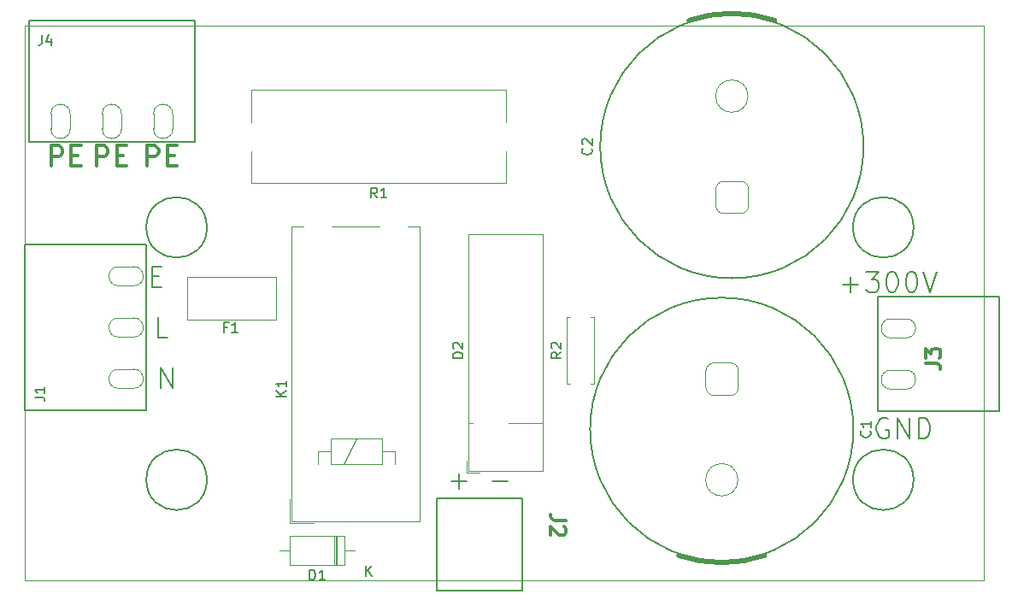
<source format=gbr>
G04 #@! TF.GenerationSoftware,KiCad,Pcbnew,(5.1.6)-1*
G04 #@! TF.CreationDate,2020-05-22T14:13:29+02:00*
G04 #@! TF.ProjectId,rect4,72656374-342e-46b6-9963-61645f706362,rev?*
G04 #@! TF.SameCoordinates,PX17d7840PYaba9500*
G04 #@! TF.FileFunction,Legend,Top*
G04 #@! TF.FilePolarity,Positive*
%FSLAX46Y46*%
G04 Gerber Fmt 4.6, Leading zero omitted, Abs format (unit mm)*
G04 Created by KiCad (PCBNEW (5.1.6)-1) date 2020-05-22 14:13:29*
%MOMM*%
%LPD*%
G01*
G04 APERTURE LIST*
%ADD10C,0.300000*%
G04 #@! TA.AperFunction,Profile*
%ADD11C,0.050000*%
G04 #@! TD*
%ADD12C,0.200000*%
%ADD13C,0.150000*%
%ADD14C,0.120000*%
%ADD15C,0.500000*%
%ADD16C,0.100000*%
%ADD17C,0.100000*%
G04 #@! TD*
G04 APERTURE END LIST*
D10*
X12071428Y41095239D02*
X12071428Y43095239D01*
X12833333Y43095239D01*
X13023809Y43000000D01*
X13119047Y42904762D01*
X13214285Y42714286D01*
X13214285Y42428572D01*
X13119047Y42238096D01*
X13023809Y42142858D01*
X12833333Y42047620D01*
X12071428Y42047620D01*
X14071428Y42142858D02*
X14738095Y42142858D01*
X15023809Y41095239D02*
X14071428Y41095239D01*
X14071428Y43095239D01*
X15023809Y43095239D01*
X7071428Y41095239D02*
X7071428Y43095239D01*
X7833333Y43095239D01*
X8023809Y43000000D01*
X8119047Y42904762D01*
X8214285Y42714286D01*
X8214285Y42428572D01*
X8119047Y42238096D01*
X8023809Y42142858D01*
X7833333Y42047620D01*
X7071428Y42047620D01*
X9071428Y42142858D02*
X9738095Y42142858D01*
X10023809Y41095239D02*
X9071428Y41095239D01*
X9071428Y43095239D01*
X10023809Y43095239D01*
X2571428Y41095239D02*
X2571428Y43095239D01*
X3333333Y43095239D01*
X3523809Y43000000D01*
X3619047Y42904762D01*
X3714285Y42714286D01*
X3714285Y42428572D01*
X3619047Y42238096D01*
X3523809Y42142858D01*
X3333333Y42047620D01*
X2571428Y42047620D01*
X4571428Y42142858D02*
X5238095Y42142858D01*
X5523809Y41095239D02*
X4571428Y41095239D01*
X4571428Y43095239D01*
X5523809Y43095239D01*
D11*
X0Y55000000D02*
X95000000Y55000000D01*
X0Y0D02*
X0Y55000000D01*
X5000000Y0D02*
X0Y0D01*
D12*
X81023809Y29357143D02*
X82547619Y29357143D01*
X81785714Y28595239D02*
X81785714Y30119048D01*
X83309523Y30595239D02*
X84547619Y30595239D01*
X83880952Y29833334D01*
X84166666Y29833334D01*
X84357142Y29738096D01*
X84452380Y29642858D01*
X84547619Y29452381D01*
X84547619Y28976191D01*
X84452380Y28785715D01*
X84357142Y28690477D01*
X84166666Y28595239D01*
X83595238Y28595239D01*
X83404761Y28690477D01*
X83309523Y28785715D01*
X85785714Y30595239D02*
X85976190Y30595239D01*
X86166666Y30500000D01*
X86261904Y30404762D01*
X86357142Y30214286D01*
X86452380Y29833334D01*
X86452380Y29357143D01*
X86357142Y28976191D01*
X86261904Y28785715D01*
X86166666Y28690477D01*
X85976190Y28595239D01*
X85785714Y28595239D01*
X85595238Y28690477D01*
X85500000Y28785715D01*
X85404761Y28976191D01*
X85309523Y29357143D01*
X85309523Y29833334D01*
X85404761Y30214286D01*
X85500000Y30404762D01*
X85595238Y30500000D01*
X85785714Y30595239D01*
X87690476Y30595239D02*
X87880952Y30595239D01*
X88071428Y30500000D01*
X88166666Y30404762D01*
X88261904Y30214286D01*
X88357142Y29833334D01*
X88357142Y29357143D01*
X88261904Y28976191D01*
X88166666Y28785715D01*
X88071428Y28690477D01*
X87880952Y28595239D01*
X87690476Y28595239D01*
X87500000Y28690477D01*
X87404761Y28785715D01*
X87309523Y28976191D01*
X87214285Y29357143D01*
X87214285Y29833334D01*
X87309523Y30214286D01*
X87404761Y30404762D01*
X87500000Y30500000D01*
X87690476Y30595239D01*
X88928571Y30595239D02*
X89595238Y28595239D01*
X90261904Y30595239D01*
X85476190Y16000000D02*
X85285714Y16095239D01*
X85000000Y16095239D01*
X84714285Y16000000D01*
X84523809Y15809524D01*
X84428571Y15619048D01*
X84333333Y15238096D01*
X84333333Y14952381D01*
X84428571Y14571429D01*
X84523809Y14380953D01*
X84714285Y14190477D01*
X85000000Y14095239D01*
X85190476Y14095239D01*
X85476190Y14190477D01*
X85571428Y14285715D01*
X85571428Y14952381D01*
X85190476Y14952381D01*
X86428571Y14095239D02*
X86428571Y16095239D01*
X87571428Y14095239D01*
X87571428Y16095239D01*
X88523809Y14095239D02*
X88523809Y16095239D01*
X89000000Y16095239D01*
X89285714Y16000000D01*
X89476190Y15809524D01*
X89571428Y15619048D01*
X89666666Y15238096D01*
X89666666Y14952381D01*
X89571428Y14571429D01*
X89476190Y14380953D01*
X89285714Y14190477D01*
X89000000Y14095239D01*
X88523809Y14095239D01*
X12571428Y30142858D02*
X13238095Y30142858D01*
X13523809Y29095239D02*
X12571428Y29095239D01*
X12571428Y31095239D01*
X13523809Y31095239D01*
X14119047Y24095239D02*
X13166666Y24095239D01*
X13166666Y26095239D01*
X13428571Y19095239D02*
X13428571Y21095239D01*
X14571428Y19095239D01*
X14571428Y21095239D01*
D13*
X46238095Y9857143D02*
X47761904Y9857143D01*
X42238095Y9857143D02*
X43761904Y9857143D01*
X43000000Y9095239D02*
X43000000Y10619048D01*
D11*
X95000000Y0D02*
X95000000Y55000000D01*
X5000000Y0D02*
X95000000Y0D01*
D13*
G04 #@! TO.C,J4*
X360000Y43500000D02*
X16800000Y43500000D01*
X16800000Y43500000D02*
X16800000Y55500000D01*
X16800000Y55500000D02*
X360000Y55500000D01*
X360000Y55500000D02*
X360000Y43500000D01*
G04 #@! TO.C,U4*
X88000000Y35000000D02*
G75*
G03*
X88000000Y35000000I-3000000J0D01*
G01*
G04 #@! TO.C,U3*
X18000000Y35000000D02*
G75*
G03*
X18000000Y35000000I-3000000J0D01*
G01*
G04 #@! TO.C,U2*
X88000000Y10000000D02*
G75*
G03*
X88000000Y10000000I-3000000J0D01*
G01*
G04 #@! TO.C,U1*
X18000000Y10000000D02*
G75*
G03*
X18000000Y10000000I-3000000J0D01*
G01*
D14*
G04 #@! TO.C,R2*
X56370000Y26080000D02*
X56040000Y26080000D01*
X56370000Y19540000D02*
X56370000Y26080000D01*
X56040000Y19540000D02*
X56370000Y19540000D01*
X53630000Y26080000D02*
X53960000Y26080000D01*
X53630000Y19540000D02*
X53630000Y26080000D01*
X53960000Y19540000D02*
X53630000Y19540000D01*
G04 #@! TO.C,R1*
X22410000Y48620000D02*
X22410000Y45440000D01*
X47650000Y48620000D02*
X22410000Y48620000D01*
X47650000Y45440000D02*
X47650000Y48620000D01*
X22410000Y39380000D02*
X22410000Y42560000D01*
X47650000Y39380000D02*
X22410000Y39380000D01*
X47650000Y42560000D02*
X47650000Y39380000D01*
G04 #@! TO.C,K1*
X30270000Y11540000D02*
X30270000Y12810000D01*
X35350000Y11540000D02*
X30270000Y11540000D01*
X35350000Y14080000D02*
X35350000Y11540000D01*
X30270000Y14080000D02*
X35350000Y14080000D01*
X30270000Y12810000D02*
X30270000Y14080000D01*
X29000000Y12810000D02*
X30270000Y12810000D01*
X29000000Y11540000D02*
X29000000Y12810000D01*
X36620000Y12810000D02*
X36620000Y11540000D01*
X35350000Y12810000D02*
X36620000Y12810000D01*
X31540000Y11540000D02*
X32810000Y14080000D01*
X26400000Y5900000D02*
X26400000Y35100000D01*
X26400000Y35100000D02*
X27600000Y35100000D01*
X30400000Y35100000D02*
X35100000Y35100000D01*
X37900000Y35100000D02*
X39100000Y35100000D01*
X39100000Y35100000D02*
X39100000Y5900000D01*
X39100000Y5900000D02*
X26400000Y5900000D01*
X26200000Y8100000D02*
X26200000Y5700000D01*
X28600000Y5700000D02*
X26200000Y5700000D01*
D13*
G04 #@! TO.C,J3*
X84500000Y28140000D02*
X84500000Y16780000D01*
X84500000Y16780000D02*
X96500000Y16780000D01*
X96500000Y16780000D02*
X96500000Y28140000D01*
X96500000Y28140000D02*
X84500000Y28140000D01*
G04 #@! TO.C,J2*
X40800000Y-1000000D02*
X49200000Y-1000000D01*
X49200000Y8200000D02*
X49200000Y-1000000D01*
X40800000Y8200000D02*
X49200000Y8200000D01*
X40800000Y-1000000D02*
X40800000Y8200000D01*
G04 #@! TO.C,J1*
X12000000Y16860000D02*
X12000000Y33300000D01*
X12000000Y33300000D02*
X0Y33300000D01*
X0Y33300000D02*
X0Y16860000D01*
X0Y16860000D02*
X12000000Y16860000D01*
D14*
G04 #@! TO.C,F1*
X16090000Y30120000D02*
X24830000Y30120000D01*
X16090000Y30120000D02*
X16090000Y25880000D01*
X24830000Y25880000D02*
X24830000Y30120000D01*
X24830000Y25880000D02*
X16090000Y25880000D01*
G04 #@! TO.C,D2*
X51300000Y10900000D02*
X51300000Y34300000D01*
X51300000Y34300000D02*
X43900000Y34300000D01*
X43900000Y34300000D02*
X43900000Y10900000D01*
X43900000Y10900000D02*
X51300000Y10900000D01*
X47900000Y15600000D02*
X51300000Y15600000D01*
X45000000Y10700000D02*
X43700000Y10700000D01*
X43700000Y10700000D02*
X43700000Y11900000D01*
X44300000Y15600000D02*
X43900000Y15600000D01*
G04 #@! TO.C,D1*
X30860000Y1530000D02*
X30860000Y4470000D01*
X30620000Y1530000D02*
X30620000Y4470000D01*
X30740000Y1530000D02*
X30740000Y4470000D01*
X25180000Y3000000D02*
X26200000Y3000000D01*
X32660000Y3000000D02*
X31640000Y3000000D01*
X26200000Y1530000D02*
X31640000Y1530000D01*
X26200000Y4470000D02*
X26200000Y1530000D01*
X31640000Y4470000D02*
X26200000Y4470000D01*
X31640000Y1530000D02*
X31640000Y4470000D01*
D13*
G04 #@! TO.C,C2*
X83037500Y43000000D02*
G75*
G03*
X83037500Y43000000I-13037500J0D01*
G01*
D15*
X74249999Y55500000D02*
G75*
G03*
X65750000Y55500000I-4249999J-12500000D01*
G01*
D13*
G04 #@! TO.C,C1*
X82037500Y15000000D02*
G75*
G03*
X82037500Y15000000I-13037500J0D01*
G01*
D15*
X64750001Y2500000D02*
G75*
G03*
X73250000Y2500000I4249999J12500000D01*
G01*
G04 #@! TD*
D16*
X12710000Y46250000D02*
X12710000Y44750000D01*
X14610000Y46250000D02*
X14610000Y44750000D01*
X12710000Y44750000D02*
G75*
G03*
X14610000Y44750000I950000J0D01*
G01*
X14610000Y46250000D02*
G75*
G03*
X12710000Y46250000I-950000J0D01*
G01*
X7630000Y46250000D02*
X7630000Y44750000D01*
X9530000Y46250000D02*
X9530000Y44750000D01*
X7630000Y44750000D02*
G75*
G03*
X9530000Y44750000I950000J0D01*
G01*
X9530000Y46250000D02*
G75*
G03*
X7630000Y46250000I-950000J0D01*
G01*
X2550000Y46250000D02*
X2550000Y44750000D01*
X4450000Y46250000D02*
X4450000Y44750000D01*
X2550000Y44750000D02*
G75*
G03*
X4450000Y44750000I950000J0D01*
G01*
X4450000Y46250000D02*
G75*
G03*
X2550000Y46250000I-950000J0D01*
G01*
X87250000Y20870000D02*
X85750000Y20870000D01*
X87250000Y18970000D02*
X85750000Y18970000D01*
X85750000Y20870000D02*
G75*
G03*
X85750000Y18970000I0J-950000D01*
G01*
X87250000Y18970000D02*
G75*
G03*
X87250000Y20870000I0J950000D01*
G01*
X87250000Y25950000D02*
X85750000Y25950000D01*
X87250000Y24050000D02*
X85750000Y24050000D01*
X85750000Y25950000D02*
G75*
G03*
X85750000Y24050000I0J-950000D01*
G01*
X87250000Y24050000D02*
G75*
G03*
X87250000Y25950000I0J950000D01*
G01*
X9250000Y29210000D02*
X10750000Y29210000D01*
X9250000Y31110000D02*
X10750000Y31110000D01*
X10750000Y29210000D02*
G75*
G03*
X10750000Y31110000I0J950000D01*
G01*
X9250000Y31110000D02*
G75*
G03*
X9250000Y29210000I0J-950000D01*
G01*
X9250000Y24130000D02*
X10750000Y24130000D01*
X9250000Y26030000D02*
X10750000Y26030000D01*
X10750000Y24130000D02*
G75*
G03*
X10750000Y26030000I0J950000D01*
G01*
X9250000Y26030000D02*
G75*
G03*
X9250000Y24130000I0J-950000D01*
G01*
X9250000Y19050000D02*
X10750000Y19050000D01*
X9250000Y20950000D02*
X10750000Y20950000D01*
X10750000Y19050000D02*
G75*
G03*
X10750000Y20950000I0J950000D01*
G01*
X9250000Y20950000D02*
G75*
G03*
X9250000Y19050000I0J-950000D01*
G01*
D17*
D16*
G04 #@! TO.C,C2*
X70900959Y39596207D02*
X70976181Y39585050D01*
X71049961Y39566569D01*
X71121556Y39540952D01*
X71190305Y39508436D01*
X71255525Y39469344D01*
X71316617Y39424035D01*
X71372965Y39372965D01*
X71424035Y39316617D01*
X71469344Y39255525D01*
X71508436Y39190305D01*
X71540952Y39121556D01*
X71566569Y39049961D01*
X71585050Y38976181D01*
X71596207Y38900959D01*
X71600000Y38823767D01*
X71600000Y37176233D01*
X71596207Y37099041D01*
X71585050Y37023819D01*
X71566569Y36950039D01*
X71540952Y36878444D01*
X71508436Y36809695D01*
X71469344Y36744475D01*
X71424035Y36683383D01*
X71372965Y36627035D01*
X71316617Y36575965D01*
X71255525Y36530656D01*
X71190305Y36491564D01*
X71121556Y36459048D01*
X71049961Y36433431D01*
X70976181Y36414950D01*
X70900959Y36403793D01*
X70823767Y36400000D01*
X69176233Y36400000D01*
X69099041Y36403793D01*
X69023819Y36414950D01*
X68950039Y36433431D01*
X68878444Y36459048D01*
X68809695Y36491564D01*
X68744475Y36530656D01*
X68683383Y36575965D01*
X68627035Y36627035D01*
X68575965Y36683383D01*
X68530656Y36744475D01*
X68491564Y36809695D01*
X68459048Y36878444D01*
X68433431Y36950039D01*
X68414950Y37023819D01*
X68403793Y37099041D01*
X68400000Y37176233D01*
X68400000Y38823767D01*
X68403793Y38900959D01*
X68414950Y38976181D01*
X68433431Y39049961D01*
X68459048Y39121556D01*
X68491564Y39190305D01*
X68530656Y39255525D01*
X68575965Y39316617D01*
X68627035Y39372965D01*
X68683383Y39424035D01*
X68744475Y39469344D01*
X68809695Y39508436D01*
X68878444Y39540952D01*
X68950039Y39566569D01*
X69023819Y39585050D01*
X69099041Y39596207D01*
X69176233Y39600000D01*
X70823767Y39600000D01*
X70900959Y39596207D01*
X71600000Y48000000D02*
G75*
G03*
X71600000Y48000000I-1600000J0D01*
G01*
G04 #@! TD*
D17*
D16*
G04 #@! TO.C,C1*
X69900959Y21596207D02*
X69976181Y21585050D01*
X70049961Y21566569D01*
X70121556Y21540952D01*
X70190305Y21508436D01*
X70255525Y21469344D01*
X70316617Y21424035D01*
X70372965Y21372965D01*
X70424035Y21316617D01*
X70469344Y21255525D01*
X70508436Y21190305D01*
X70540952Y21121556D01*
X70566569Y21049961D01*
X70585050Y20976181D01*
X70596207Y20900959D01*
X70600000Y20823767D01*
X70600000Y19176233D01*
X70596207Y19099041D01*
X70585050Y19023819D01*
X70566569Y18950039D01*
X70540952Y18878444D01*
X70508436Y18809695D01*
X70469344Y18744475D01*
X70424035Y18683383D01*
X70372965Y18627035D01*
X70316617Y18575965D01*
X70255525Y18530656D01*
X70190305Y18491564D01*
X70121556Y18459048D01*
X70049961Y18433431D01*
X69976181Y18414950D01*
X69900959Y18403793D01*
X69823767Y18400000D01*
X68176233Y18400000D01*
X68099041Y18403793D01*
X68023819Y18414950D01*
X67950039Y18433431D01*
X67878444Y18459048D01*
X67809695Y18491564D01*
X67744475Y18530656D01*
X67683383Y18575965D01*
X67627035Y18627035D01*
X67575965Y18683383D01*
X67530656Y18744475D01*
X67491564Y18809695D01*
X67459048Y18878444D01*
X67433431Y18950039D01*
X67414950Y19023819D01*
X67403793Y19099041D01*
X67400000Y19176233D01*
X67400000Y20823767D01*
X67403793Y20900959D01*
X67414950Y20976181D01*
X67433431Y21049961D01*
X67459048Y21121556D01*
X67491564Y21190305D01*
X67530656Y21255525D01*
X67575965Y21316617D01*
X67627035Y21372965D01*
X67683383Y21424035D01*
X67744475Y21469344D01*
X67809695Y21508436D01*
X67878444Y21540952D01*
X67950039Y21566569D01*
X68023819Y21585050D01*
X68099041Y21596207D01*
X68176233Y21600000D01*
X69823767Y21600000D01*
X69900959Y21596207D01*
X70600000Y10000000D02*
G75*
G03*
X70600000Y10000000I-1600000J0D01*
G01*
G04 #@! TD*
G04 #@! TO.C,J4*
D13*
X1666666Y54047620D02*
X1666666Y53333334D01*
X1619047Y53190477D01*
X1523809Y53095239D01*
X1380952Y53047620D01*
X1285714Y53047620D01*
X2571428Y53714286D02*
X2571428Y53047620D01*
X2333333Y54095239D02*
X2095238Y53380953D01*
X2714285Y53380953D01*
G04 #@! TO.C,R2*
X53082380Y22643334D02*
X52606190Y22310000D01*
X53082380Y22071905D02*
X52082380Y22071905D01*
X52082380Y22452858D01*
X52130000Y22548096D01*
X52177619Y22595715D01*
X52272857Y22643334D01*
X52415714Y22643334D01*
X52510952Y22595715D01*
X52558571Y22548096D01*
X52606190Y22452858D01*
X52606190Y22071905D01*
X52177619Y23024286D02*
X52130000Y23071905D01*
X52082380Y23167143D01*
X52082380Y23405239D01*
X52130000Y23500477D01*
X52177619Y23548096D01*
X52272857Y23595715D01*
X52368095Y23595715D01*
X52510952Y23548096D01*
X53082380Y22976667D01*
X53082380Y23595715D01*
G04 #@! TO.C,R1*
X34863333Y37927620D02*
X34530000Y38403810D01*
X34291904Y37927620D02*
X34291904Y38927620D01*
X34672857Y38927620D01*
X34768095Y38880000D01*
X34815714Y38832381D01*
X34863333Y38737143D01*
X34863333Y38594286D01*
X34815714Y38499048D01*
X34768095Y38451429D01*
X34672857Y38403810D01*
X34291904Y38403810D01*
X35815714Y37927620D02*
X35244285Y37927620D01*
X35530000Y37927620D02*
X35530000Y38927620D01*
X35434761Y38784762D01*
X35339523Y38689524D01*
X35244285Y38641905D01*
G04 #@! TO.C,K1*
X25852380Y18261905D02*
X24852380Y18261905D01*
X25852380Y18833334D02*
X25280952Y18404762D01*
X24852380Y18833334D02*
X25423809Y18261905D01*
X25852380Y19785715D02*
X25852380Y19214286D01*
X25852380Y19500000D02*
X24852380Y19500000D01*
X24995238Y19404762D01*
X25090476Y19309524D01*
X25138095Y19214286D01*
G04 #@! TO.C,J3*
D10*
X89178571Y21500000D02*
X90250000Y21500000D01*
X90464285Y21428572D01*
X90607142Y21285715D01*
X90678571Y21071429D01*
X90678571Y20928572D01*
X89178571Y22071429D02*
X89178571Y23000000D01*
X89750000Y22500000D01*
X89750000Y22714286D01*
X89821428Y22857143D01*
X89892857Y22928572D01*
X90035714Y23000000D01*
X90392857Y23000000D01*
X90535714Y22928572D01*
X90607142Y22857143D01*
X90678571Y22714286D01*
X90678571Y22285715D01*
X90607142Y22142858D01*
X90535714Y22071429D01*
G04 #@! TO.C,J2*
X53539428Y5980000D02*
X52468000Y5980000D01*
X52253714Y6051429D01*
X52110857Y6194286D01*
X52039428Y6408572D01*
X52039428Y6551429D01*
X53396571Y5337143D02*
X53468000Y5265715D01*
X53539428Y5122858D01*
X53539428Y4765715D01*
X53468000Y4622858D01*
X53396571Y4551429D01*
X53253714Y4480000D01*
X53110857Y4480000D01*
X52896571Y4551429D01*
X52039428Y5408572D01*
X52039428Y4480000D01*
G04 #@! TO.C,J1*
D13*
X952380Y18166667D02*
X1666666Y18166667D01*
X1809523Y18119048D01*
X1904761Y18023810D01*
X1952380Y17880953D01*
X1952380Y17785715D01*
X1952380Y19166667D02*
X1952380Y18595239D01*
X1952380Y18880953D02*
X952380Y18880953D01*
X1095238Y18785715D01*
X1190476Y18690477D01*
X1238095Y18595239D01*
G04 #@! TO.C,F1*
X20016666Y25121429D02*
X19683333Y25121429D01*
X19683333Y24597620D02*
X19683333Y25597620D01*
X20159523Y25597620D01*
X21064285Y24597620D02*
X20492857Y24597620D01*
X20778571Y24597620D02*
X20778571Y25597620D01*
X20683333Y25454762D01*
X20588095Y25359524D01*
X20492857Y25311905D01*
G04 #@! TO.C,D2*
X43352380Y22061905D02*
X42352380Y22061905D01*
X42352380Y22300000D01*
X42400000Y22442858D01*
X42495238Y22538096D01*
X42590476Y22585715D01*
X42780952Y22633334D01*
X42923809Y22633334D01*
X43114285Y22585715D01*
X43209523Y22538096D01*
X43304761Y22442858D01*
X43352380Y22300000D01*
X43352380Y22061905D01*
X42447619Y23014286D02*
X42400000Y23061905D01*
X42352380Y23157143D01*
X42352380Y23395239D01*
X42400000Y23490477D01*
X42447619Y23538096D01*
X42542857Y23585715D01*
X42638095Y23585715D01*
X42780952Y23538096D01*
X43352380Y22966667D01*
X43352380Y23585715D01*
G04 #@! TO.C,D1*
X28181904Y77620D02*
X28181904Y1077620D01*
X28420000Y1077620D01*
X28562857Y1030000D01*
X28658095Y934762D01*
X28705714Y839524D01*
X28753333Y649048D01*
X28753333Y506191D01*
X28705714Y315715D01*
X28658095Y220477D01*
X28562857Y125239D01*
X28420000Y77620D01*
X28181904Y77620D01*
X29705714Y77620D02*
X29134285Y77620D01*
X29420000Y77620D02*
X29420000Y1077620D01*
X29324761Y934762D01*
X29229523Y839524D01*
X29134285Y791905D01*
X33738095Y447620D02*
X33738095Y1447620D01*
X34309523Y447620D02*
X33880952Y1019048D01*
X34309523Y1447620D02*
X33738095Y876191D01*
G04 #@! TO.C,C2*
D12*
X56057142Y42833334D02*
X56104761Y42785715D01*
X56152380Y42642858D01*
X56152380Y42547620D01*
X56104761Y42404762D01*
X56009523Y42309524D01*
X55914285Y42261905D01*
X55723809Y42214286D01*
X55580952Y42214286D01*
X55390476Y42261905D01*
X55295238Y42309524D01*
X55200000Y42404762D01*
X55152380Y42547620D01*
X55152380Y42642858D01*
X55200000Y42785715D01*
X55247619Y42833334D01*
X55247619Y43214286D02*
X55200000Y43261905D01*
X55152380Y43357143D01*
X55152380Y43595239D01*
X55200000Y43690477D01*
X55247619Y43738096D01*
X55342857Y43785715D01*
X55438095Y43785715D01*
X55580952Y43738096D01*
X56152380Y43166667D01*
X56152380Y43785715D01*
G04 #@! TO.C,C1*
X83657142Y14833334D02*
X83704761Y14785715D01*
X83752380Y14642858D01*
X83752380Y14547620D01*
X83704761Y14404762D01*
X83609523Y14309524D01*
X83514285Y14261905D01*
X83323809Y14214286D01*
X83180952Y14214286D01*
X82990476Y14261905D01*
X82895238Y14309524D01*
X82800000Y14404762D01*
X82752380Y14547620D01*
X82752380Y14642858D01*
X82800000Y14785715D01*
X82847619Y14833334D01*
X83752380Y15785715D02*
X83752380Y15214286D01*
X83752380Y15500000D02*
X82752380Y15500000D01*
X82895238Y15404762D01*
X82990476Y15309524D01*
X83038095Y15214286D01*
G04 #@! TD*
M02*

</source>
